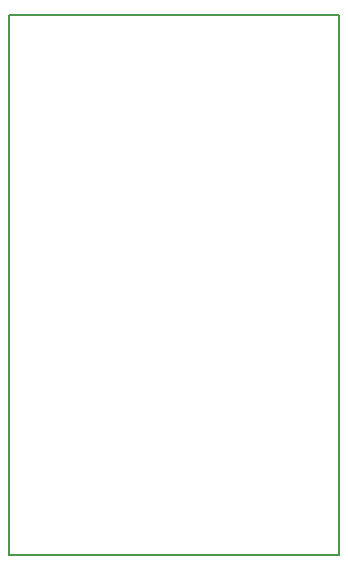
<source format=gbr>
%TF.GenerationSoftware,KiCad,Pcbnew,(5.1.6)-1*%
%TF.CreationDate,2021-02-26T18:45:46+01:00*%
%TF.ProjectId,STM32G031K8U6_Board,53544d33-3247-4303-9331-4b3855365f42,rev?*%
%TF.SameCoordinates,Original*%
%TF.FileFunction,Profile,NP*%
%FSLAX46Y46*%
G04 Gerber Fmt 4.6, Leading zero omitted, Abs format (unit mm)*
G04 Created by KiCad (PCBNEW (5.1.6)-1) date 2021-02-26 18:45:46*
%MOMM*%
%LPD*%
G01*
G04 APERTURE LIST*
%TA.AperFunction,Profile*%
%ADD10C,0.150000*%
%TD*%
G04 APERTURE END LIST*
D10*
X137160000Y-35560000D02*
X109220000Y-35560000D01*
X137160000Y-81280000D02*
X137160000Y-35560000D01*
X109220000Y-81280000D02*
X137160000Y-81280000D01*
X109220000Y-35560000D02*
X109220000Y-81280000D01*
M02*

</source>
